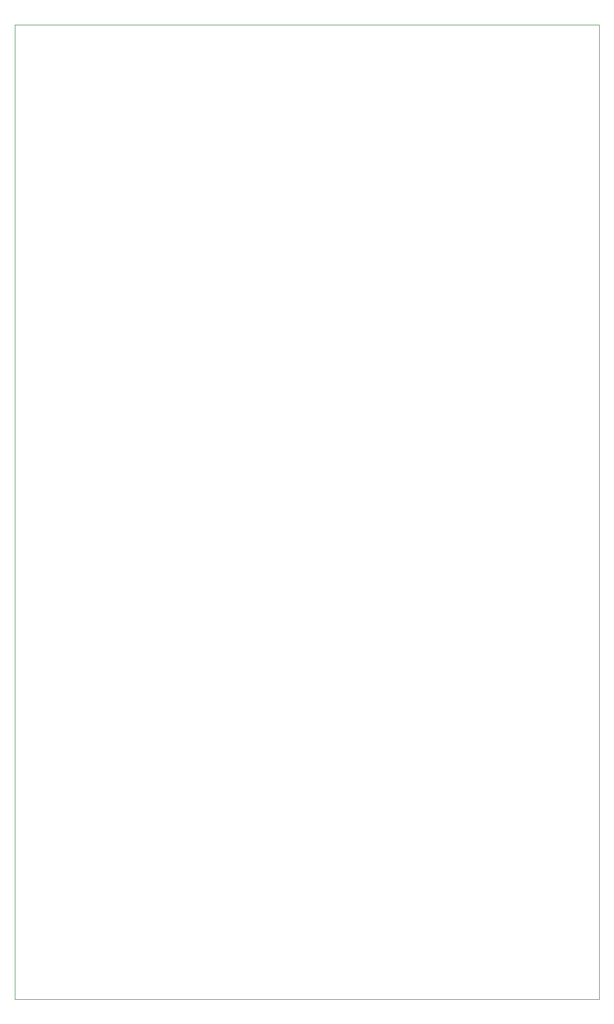
<source format=gbr>
%TF.GenerationSoftware,KiCad,Pcbnew,9.0.4*%
%TF.CreationDate,2025-10-31T13:00:27+01:00*%
%TF.ProjectId,Amperry_robot,416d7065-7272-4795-9f72-6f626f742e6b,rev?*%
%TF.SameCoordinates,Original*%
%TF.FileFunction,Profile,NP*%
%FSLAX46Y46*%
G04 Gerber Fmt 4.6, Leading zero omitted, Abs format (unit mm)*
G04 Created by KiCad (PCBNEW 9.0.4) date 2025-10-31 13:00:27*
%MOMM*%
%LPD*%
G01*
G04 APERTURE LIST*
%TA.AperFunction,Profile*%
%ADD10C,0.050000*%
%TD*%
G04 APERTURE END LIST*
D10*
X0Y0D02*
X90000000Y0D01*
X90000000Y-150000000D01*
X0Y-150000000D01*
X0Y0D01*
M02*

</source>
